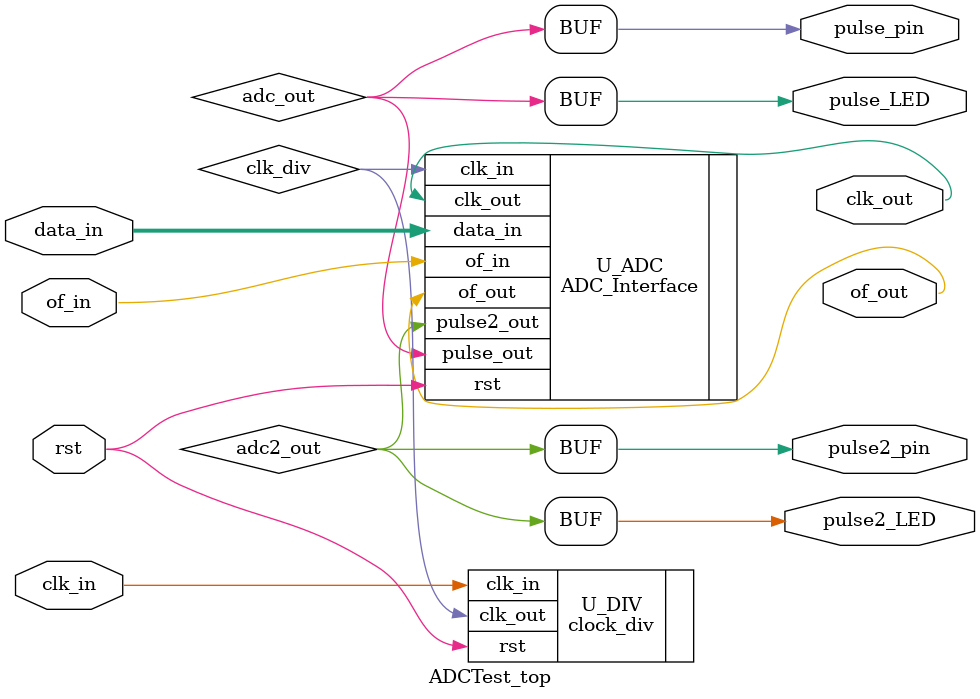
<source format=v>
module ADCTest_top
	(
	  input wire clk_in,
	  input wire rst,

	  input wire [11:0] data_in,
	  input wire of_in,

	  output wire clk_out,
	  output wire pulse_LED,
	  output wire pulse2_LED,
	  output wire pulse_pin,
	  output wire pulse2_pin,
	  output wire of_out
	  
	  //output wire [7:0] ones_led,
	  //output wire [7:0] tens_led,
	  //output wire       sign_led
	);
 
	wire clk_div;
	wire adc_out;
	wire adc2_out;
	
	wire [3:0] ones;
	wire [3:0] tens;
	wire       sign;
	 
	clock_div U_DIV(
		.clk_in(clk_in),
		.rst(rst),
		.clk_out(clk_div)
	);
	 
	ADC_Interface U_ADC(
		.clk_in(clk_div),
		.rst(rst),
		.data_in(data_in),
		.of_in(of_in),
		.clk_out(clk_out),
		.pulse_out(adc_out),
		.pulse2_out(adc2_out),
		.of_out(of_out)
		//.ones(ones),
		//.tens(tens),
		//.sign(sign)
	);
	
	/*assign sign_led= ~sign;
	
	eight_seg U_ONES(
		.num_in(ones), //.num_in(4'b0110),
		.eight_seg_out(ones_led)
	);
	
	eight_seg U_TENS(
		.num_in(tens), //.num_in(4'b0011),
		.eight_seg_out(tens_led)
	);*/
	
	assign pulse_LED = adc_out;
	assign pulse_pin = adc_out;
	
	assign pulse2_LED = adc2_out;
	assign pulse2_pin = adc2_out;

endmodule
</source>
